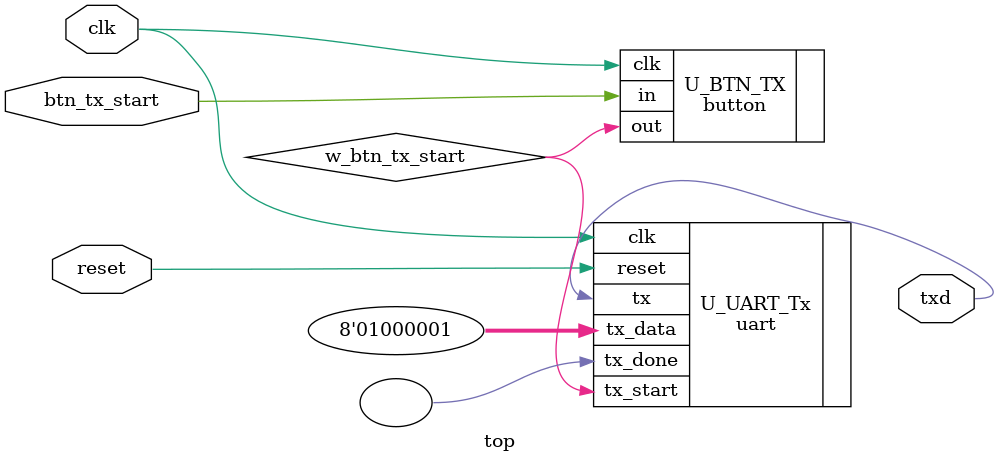
<source format=v>
`timescale 1ns / 1ps

module top (
    input clk,
    input reset,
    input btn_tx_start,

    output txd
);

    wire w_btn_tx_start;

    button U_BTN_TX (
        .clk(clk),
        .in (btn_tx_start),

        .out(w_btn_tx_start)
    );

    uart U_UART_Tx (
        .clk(clk),
        .reset(reset),
        .tx_start(w_btn_tx_start),
        .tx_data(8'h41),  // 'A'

        .tx(txd),
        .tx_done()
    );
    
endmodule

</source>
